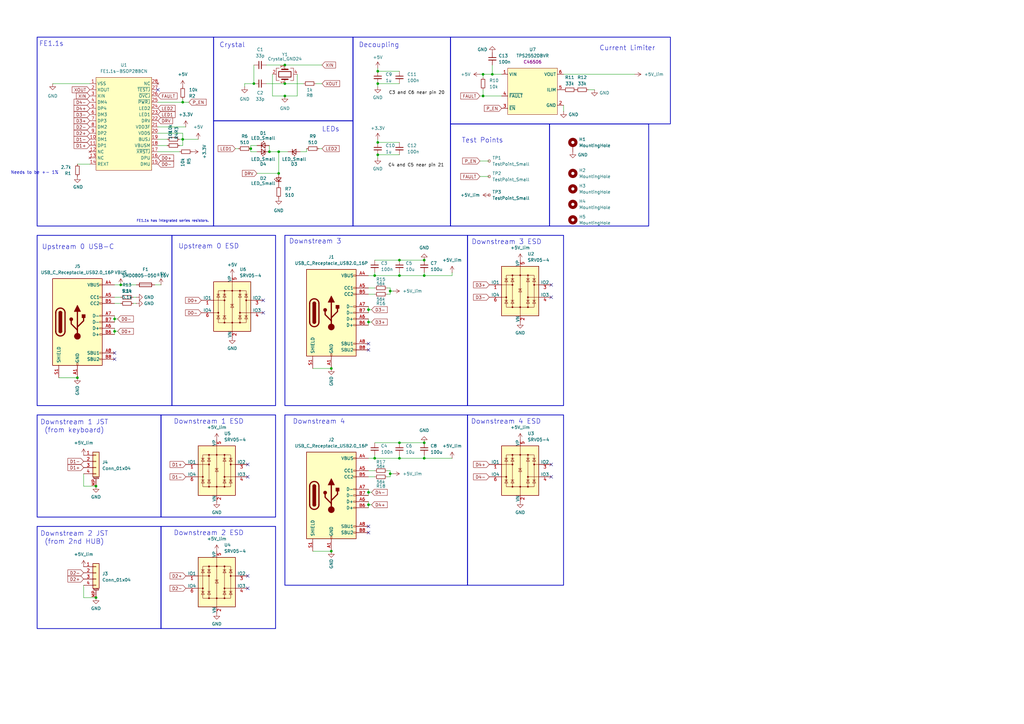
<source format=kicad_sch>
(kicad_sch (version 20231120) (generator "eeschema") (generator_version "8.0")
  (paper "A3")
  (junction (at 116.84 39.37))
  (junction (at 39.37 245.11))
  (junction (at 154.94 29.21))
  (junction (at 102.87 60.96))
  (junction (at 163.83 106.68))
  (junction (at 151.13 207.01))
  (junction (at 74.93 57.15))
  (junction (at 154.94 63.5))
  (junction (at 74.93 41.91))
  (junction (at 151.13 132.08))
  (junction (at 163.83 181.61))
  (junction (at 151.13 127))
  (junction (at 104.14 34.29))
  (junction (at 114.3 71.12))
  (junction (at 49.53 116.84))
  (junction (at 153.67 187.96))
  (junction (at 116.84 26.67))
  (junction (at 114.3 62.23))
  (junction (at 46.99 130.81))
  (junction (at 46.99 135.89))
  (junction (at 198.12 30.48))
  (junction (at 163.83 113.03))
  (junction (at 154.94 34.29))
  (junction (at 173.99 113.03))
  (junction (at 31.75 154.94))
  (junction (at 110.49 62.23))
  (junction (at 173.99 181.61))
  (junction (at 153.67 113.03))
  (junction (at 160.02 194.31))
  (junction (at 163.83 187.96))
  (junction (at 154.94 58.42))
  (junction (at 173.99 187.96))
  (junction (at 135.89 226.06))
  (junction (at 135.89 151.13))
  (junction (at 198.12 39.37))
  (junction (at 173.99 106.68))
  (junction (at 201.93 30.48))
  (junction (at 39.37 199.39))
  (junction (at 116.84 34.29))
  (junction (at 160.02 119.38))
  (junction (at 151.13 201.93))
  (no_connect (at 226.06 121.92))
  (no_connect (at 151.13 140.97))
  (no_connect (at 107.95 128.27))
  (no_connect (at 46.99 144.78))
  (no_connect (at 64.77 36.83))
  (no_connect (at 101.6 195.58))
  (no_connect (at 151.13 215.9))
  (no_connect (at 151.13 218.44))
  (no_connect (at 46.99 147.32))
  (no_connect (at 226.06 195.58))
  (no_connect (at 151.13 143.51))
  (no_connect (at 101.6 236.22))
  (no_connect (at 101.6 190.5))
  (no_connect (at 101.6 241.3))
  (no_connect (at 107.95 123.19))
  (no_connect (at 226.06 190.5))
  (no_connect (at 226.06 116.84))
  (wire (pts (xy 163.83 186.69) (xy 163.83 187.96)))
  (wire (pts (xy 54.61 124.46) (xy 55.88 124.46)))
  (wire (pts (xy 196.85 72.39) (xy 200.66 72.39)))
  (wire (pts (xy 96.52 60.96) (xy 97.79 60.96)))
  (wire (pts (xy 151.13 200.66) (xy 151.13 201.93)))
  (wire (pts (xy 241.3 36.83) (xy 243.84 36.83)))
  (wire (pts (xy 114.3 62.23) (xy 114.3 71.12)))
  (wire (pts (xy 151.13 127) (xy 151.13 128.27)))
  (wire (pts (xy 63.5 116.84) (xy 66.04 116.84)))
  (wire (pts (xy 109.22 34.29) (xy 116.84 34.29)))
  (wire (pts (xy 151.13 130.81) (xy 151.13 132.08)))
  (wire (pts (xy 151.13 132.08) (xy 152.4 132.08)))
  (wire (pts (xy 196.85 39.37) (xy 198.12 39.37)))
  (wire (pts (xy 64.77 52.07) (xy 76.2 52.07)))
  (wire (pts (xy 153.67 113.03) (xy 163.83 113.03)))
  (wire (pts (xy 151.13 132.08) (xy 151.13 133.35)))
  (wire (pts (xy 201.93 26.67) (xy 201.93 30.48)))
  (wire (pts (xy 74.93 40.64) (xy 74.93 41.91)))
  (wire (pts (xy 151.13 207.01) (xy 151.13 208.28)))
  (wire (pts (xy 163.83 113.03) (xy 173.99 113.03)))
  (wire (pts (xy 154.94 34.29) (xy 163.83 34.29)))
  (wire (pts (xy 151.13 187.96) (xy 153.67 187.96)))
  (wire (pts (xy 74.93 54.61) (xy 74.93 57.15)))
  (wire (pts (xy 46.99 135.89) (xy 48.26 135.89)))
  (wire (pts (xy 73.66 57.15) (xy 74.93 57.15)))
  (wire (pts (xy 64.77 54.61) (xy 74.93 54.61)))
  (wire (pts (xy 173.99 186.69) (xy 173.99 187.96)))
  (wire (pts (xy 34.29 240.03) (xy 34.29 245.11)))
  (wire (pts (xy 34.29 194.31) (xy 34.29 199.39)))
  (wire (pts (xy 110.49 62.23) (xy 114.3 62.23)))
  (wire (pts (xy 102.87 59.69) (xy 105.41 59.69)))
  (wire (pts (xy 154.94 58.42) (xy 163.83 58.42)))
  (wire (pts (xy 198.12 39.37) (xy 205.74 39.37)))
  (wire (pts (xy 151.13 201.93) (xy 152.4 201.93)))
  (wire (pts (xy 158.75 120.65) (xy 160.02 120.65)))
  (wire (pts (xy 173.99 113.03) (xy 173.99 111.76)))
  (wire (pts (xy 160.02 193.04) (xy 160.02 194.31)))
  (wire (pts (xy 160.02 194.31) (xy 161.29 194.31)))
  (wire (pts (xy 64.77 59.69) (xy 68.58 59.69)))
  (wire (pts (xy 64.77 57.15) (xy 68.58 57.15)))
  (wire (pts (xy 64.77 62.23) (xy 73.66 62.23)))
  (wire (pts (xy 54.61 121.92) (xy 55.88 121.92)))
  (wire (pts (xy 123.19 62.23) (xy 125.73 62.23)))
  (wire (pts (xy 158.75 195.58) (xy 160.02 195.58)))
  (wire (pts (xy 100.33 34.29) (xy 100.33 35.56)))
  (wire (pts (xy 74.93 57.15) (xy 81.28 57.15)))
  (wire (pts (xy 24.13 154.94) (xy 31.75 154.94)))
  (wire (pts (xy 153.67 111.76) (xy 153.67 113.03)))
  (wire (pts (xy 49.53 116.84) (xy 55.88 116.84)))
  (wire (pts (xy 158.75 118.11) (xy 160.02 118.11)))
  (wire (pts (xy 114.3 71.12) (xy 105.41 71.12)))
  (wire (pts (xy 46.99 130.81) (xy 46.99 132.08)))
  (wire (pts (xy 153.67 106.68) (xy 163.83 106.68)))
  (wire (pts (xy 151.13 207.01) (xy 152.4 207.01)))
  (wire (pts (xy 34.29 199.39) (xy 39.37 199.39)))
  (wire (pts (xy 154.94 58.42) (xy 154.94 57.15)))
  (wire (pts (xy 116.84 34.29) (xy 124.46 34.29)))
  (wire (pts (xy 231.14 30.48) (xy 260.35 30.48)))
  (wire (pts (xy 151.13 118.11) (xy 153.67 118.11)))
  (wire (pts (xy 173.99 187.96) (xy 163.83 187.96)))
  (wire (pts (xy 153.67 186.69) (xy 153.67 187.96)))
  (wire (pts (xy 151.13 127) (xy 152.4 127)))
  (wire (pts (xy 151.13 113.03) (xy 153.67 113.03)))
  (wire (pts (xy 151.13 195.58) (xy 153.67 195.58)))
  (wire (pts (xy 102.87 60.96) (xy 102.87 62.23)))
  (wire (pts (xy 163.83 106.68) (xy 173.99 106.68)))
  (wire (pts (xy 163.83 187.96) (xy 153.67 187.96)))
  (wire (pts (xy 198.12 30.48) (xy 198.12 31.75)))
  (wire (pts (xy 46.99 116.84) (xy 49.53 116.84)))
  (wire (pts (xy 154.94 35.56) (xy 154.94 34.29)))
  (wire (pts (xy 160.02 118.11) (xy 160.02 119.38)))
  (wire (pts (xy 46.99 134.62) (xy 46.99 135.89)))
  (wire (pts (xy 151.13 201.93) (xy 151.13 203.2)))
  (wire (pts (xy 158.75 193.04) (xy 160.02 193.04)))
  (wire (pts (xy 46.99 130.81) (xy 48.26 130.81)))
  (wire (pts (xy 46.99 121.92) (xy 49.53 121.92)))
  (wire (pts (xy 64.77 41.91) (xy 74.93 41.91)))
  (wire (pts (xy 46.99 135.89) (xy 46.99 137.16)))
  (wire (pts (xy 132.08 60.96) (xy 130.81 60.96)))
  (wire (pts (xy 173.99 113.03) (xy 185.42 113.03)))
  (wire (pts (xy 196.85 66.04) (xy 200.66 66.04)))
  (wire (pts (xy 102.87 62.23) (xy 105.41 62.23)))
  (wire (pts (xy 151.13 120.65) (xy 153.67 120.65)))
  (wire (pts (xy 153.67 181.61) (xy 163.83 181.61)))
  (wire (pts (xy 198.12 36.83) (xy 198.12 39.37)))
  (wire (pts (xy 128.27 151.13) (xy 135.89 151.13)))
  (wire (pts (xy 154.94 27.94) (xy 154.94 29.21)))
  (wire (pts (xy 163.83 111.76) (xy 163.83 113.03)))
  (wire (pts (xy 154.94 64.77) (xy 154.94 63.5)))
  (wire (pts (xy 74.93 59.69) (xy 74.93 57.15)))
  (wire (pts (xy 128.27 226.06) (xy 135.89 226.06)))
  (wire (pts (xy 198.12 30.48) (xy 201.93 30.48)))
  (wire (pts (xy 46.99 129.54) (xy 46.99 130.81)))
  (wire (pts (xy 104.14 34.29) (xy 100.33 34.29)))
  (wire (pts (xy 196.85 30.48) (xy 198.12 30.48)))
  (wire (pts (xy 102.87 60.96) (xy 102.87 59.69)))
  (wire (pts (xy 160.02 119.38) (xy 160.02 120.65)))
  (wire (pts (xy 201.93 30.48) (xy 205.74 30.48)))
  (wire (pts (xy 125.73 62.23) (xy 125.73 60.96)))
  (wire (pts (xy 160.02 119.38) (xy 161.29 119.38)))
  (wire (pts (xy 116.84 26.67) (xy 132.08 26.67)))
  (wire (pts (xy 129.54 34.29) (xy 132.08 34.29)))
  (wire (pts (xy 111.76 39.37) (xy 116.84 39.37)))
  (wire (pts (xy 73.66 59.69) (xy 74.93 59.69)))
  (wire (pts (xy 231.14 43.18) (xy 231.14 45.72)))
  (wire (pts (xy 31.75 67.31) (xy 36.83 67.31)))
  (wire (pts (xy 109.22 26.67) (xy 116.84 26.67)))
  (wire (pts (xy 151.13 205.74) (xy 151.13 207.01)))
  (wire (pts (xy 121.92 30.48) (xy 121.92 39.37)))
  (wire (pts (xy 111.76 30.48) (xy 111.76 39.37)))
  (wire (pts (xy 46.99 124.46) (xy 49.53 124.46)))
  (wire (pts (xy 151.13 125.73) (xy 151.13 127)))
  (wire (pts (xy 110.49 59.69) (xy 110.49 62.23)))
  (wire (pts (xy 151.13 193.04) (xy 153.67 193.04)))
  (wire (pts (xy 185.42 113.03) (xy 185.42 111.76)))
  (wire (pts (xy 154.94 63.5) (xy 163.83 63.5)))
  (wire (pts (xy 185.42 187.96) (xy 173.99 187.96)))
  (wire (pts (xy 21.59 34.29) (xy 36.83 34.29)))
  (wire (pts (xy 154.94 29.21) (xy 163.83 29.21)))
  (wire (pts (xy 163.83 181.61) (xy 173.99 181.61)))
  (wire (pts (xy 74.93 41.91) (xy 77.47 41.91)))
  (wire (pts (xy 121.92 39.37) (xy 116.84 39.37)))
  (wire (pts (xy 160.02 194.31) (xy 160.02 195.58)))
  (wire (pts (xy 104.14 26.67) (xy 104.14 34.29)))
  (wire (pts (xy 34.29 245.11) (xy 39.37 245.11)))
  (wire (pts (xy 118.11 62.23) (xy 114.3 62.23)))
  (rectangle (start 70.485 96.52) (end 113.03 166.37) (stroke (width 0.3)))
  (rectangle (start 191.77 170.18) (end 231.14 240.03) (stroke (width 0.3)))
  (rectangle (start 15.24 215.9) (end 66.04 257.81) (stroke (width 0.3)))
  (rectangle (start 144.78 15.24) (end 184.785 92.71) (stroke (width 0.3)))
  (rectangle (start 184.785 15.24) (end 274.955 50.8) (stroke (width 0.3)))
  (rectangle (start 184.785 50.8) (end 225.425 92.71) (stroke (width 0.3)))
  (rectangle (start 15.24 170.18) (end 66.04 212.09) (stroke (width 0.3)))
  (rectangle (start 87.63 15.24) (end 144.78 49.53) (stroke (width 0.3)))
  (rectangle (start 116.84 170.18) (end 191.77 240.03) (stroke (width 0.3)))
  (rectangle (start 87.63 49.53) (end 144.78 92.71) (stroke (width 0.3)))
  (rectangle (start 15.24 96.52) (end 70.485 166.37) (stroke (width 0.3)))
  (rectangle (start 15.24 15.24) (end 87.63 92.71) (stroke (width 0.3)))
  (rectangle (start 225.425 50.8) (end 266.065 92.71) (stroke (width 0.3)))
  (rectangle (start 66.04 170.18) (end 113.03 212.09) (stroke (width 0.3)))
  (rectangle (start 116.84 96.52) (end 191.77 166.37) (stroke (width 0.3)))
  (rectangle (start 66.04 215.9) (end 113.03 257.81) (stroke (width 0.3)))
  (rectangle (start 191.77 96.52) (end 231.14 166.37) (stroke (width 0.3)))
  (text "Upstream 0 USB-C" (at 32.004 101.346 0) (effects (font (size 2 2))))
  (text "FE1.1s" (at 21.082 18.034 0) (effects (font (size 2 2))))
  (text "C3 and C6 near pin 20" (at 170.942 38.1 0) (effects (font (size 1.27 1.27))))
  (text "C4 and C5 near pin 21" (at 170.688 67.818 0) (effects (font (size 1.27 1.27))))
  (text "Downstream 1 JST\n" (at 30.48 173.228 0) (effects (font (size 2 2))))
  (text "Test Points" (at 197.866 57.658 0) (effects (font (size 2 2))))
  (text "Crystal" (at 95.25 18.542 0) (effects (font (size 2 2))))
  (text "Decoupling" (at 155.448 18.542 0) (effects (font (size 2 2))))
  (text "(from 2nd HUB)" (at 30.48 222.25 0) (effects (font (size 2 2))))
  (text "Downstream 3 ESD" (at 207.772 99.314 0) (effects (font (size 2 2))))
  (text "Downstream 4" (at 130.81 172.974 0) (effects (font (size 2 2))))
  (text "(from keyboard)" (at 30.48 176.53 0) (effects (font (size 2 2))))
  (text "Downstream 4 ESD" (at 207.518 172.974 0) (effects (font (size 2 2))))
  (text "Needs to be +- 1%" (at 14.224 70.866 0) (effects (font (size 1.27 1.27))))
  (text "Downstream 2 ESD" (at 85.598 218.694 0) (effects (font (size 2 2))))
  (text "FE1.1s has integrated series resistors." (at 70.866 90.678 0) (effects (font (size 1 1))))
  (text "LEDs" (at 135.636 53.086 0) (effects (font (size 2 2))))
  (text "Downstream 1 ESD" (at 85.598 172.974 0) (effects (font (size 2 2))))
  (text "Current Limiter" (at 257.302 19.812 0) (effects (font (size 2 2))))
  (text "Downstream 2 JST\n" (at 30.48 218.948 0) (effects (font (size 2 2))))
  (text "Downstream 3" (at 129.286 99.06 0) (effects (font (size 2 2))))
  (text "Upstream 0 ESD" (at 85.598 101.092 0) (effects (font (size 2 2))))
  (global_label "D3+" (shape input) (at 36.83 49.53 180) (property "Intersheetrefs" "${INTERSHEET_REFS}" (effects (hide yes))))
  (global_label "D3+" (shape input) (at 200.66 116.84 180) (property "Intersheetrefs" "${INTERSHEET_REFS}" (effects (hide yes))))
  (global_label "D3-" (shape input) (at 36.83 46.99 180) (property "Intersheetrefs" "${INTERSHEET_REFS}" (effects (hide yes))))
  (global_label "D4+" (shape input) (at 36.83 44.45 180) (property "Intersheetrefs" "${INTERSHEET_REFS}" (effects (hide yes))))
  (global_label "D3+" (shape input) (at 152.4 132.08 0) (property "Intersheetrefs" "${INTERSHEET_REFS}" (effects (hide yes))))
  (global_label "D0+" (shape input) (at 48.26 135.89 0) (property "Intersheetrefs" "${INTERSHEET_REFS}" (effects (hide yes))))
  (global_label "D1-" (shape input) (at 36.83 57.15 180) (property "Intersheetrefs" "${INTERSHEET_REFS}" (effects (hide yes))))
  (global_label "D1-" (shape input) (at 76.2 195.58 180) (property "Intersheetrefs" "${INTERSHEET_REFS}" (effects (hide yes))))
  (global_label "DRV" (shape input) (at 105.41 71.12 180) (property "Intersheetrefs" "${INTERSHEET_REFS}" (effects (hide yes))))
  (global_label "XIN" (shape input) (at 132.08 26.67 0) (property "Intersheetrefs" "${INTERSHEET_REFS}" (effects (hide yes))))
  (global_label "D0-" (shape input) (at 48.26 130.81 0) (property "Intersheetrefs" "${INTERSHEET_REFS}" (effects (hide yes))))
  (global_label "D4-" (shape input) (at 36.83 41.91 180) (property "Intersheetrefs" "${INTERSHEET_REFS}" (effects (hide yes))))
  (global_label "D2-" (shape input) (at 76.2 241.3 180) (property "Intersheetrefs" "${INTERSHEET_REFS}" (effects (hide yes))))
  (global_label "XOUT" (shape input) (at 132.08 34.29 0) (property "Intersheetrefs" "${INTERSHEET_REFS}" (effects (hide yes))))
  (global_label "DRV" (shape input) (at 64.77 49.53 0) (property "Intersheetrefs" "${INTERSHEET_REFS}" (effects (hide yes))))
  (global_label "D4+" (shape input) (at 152.4 207.01 0) (property "Intersheetrefs" "${INTERSHEET_REFS}" (effects (hide yes))))
  (global_label "D3-" (shape input) (at 152.4 127 0) (property "Intersheetrefs" "${INTERSHEET_REFS}" (effects (hide yes))))
  (global_label "D4-" (shape input) (at 200.66 195.58 180) (property "Intersheetrefs" "${INTERSHEET_REFS}" (effects (hide yes))))
  (global_label "LED1" (shape input) (at 64.77 46.99 0) (property "Intersheetrefs" "${INTERSHEET_REFS}" (effects (hide yes))))
  (global_label "D0+" (shape input) (at 64.77 64.77 0) (property "Intersheetrefs" "${INTERSHEET_REFS}" (effects (hide yes))))
  (global_label "LED1" (shape input) (at 96.52 60.96 180) (property "Intersheetrefs" "${INTERSHEET_REFS}" (effects (hide yes))))
  (global_label "D1+" (shape input) (at 36.83 59.69 180) (property "Intersheetrefs" "${INTERSHEET_REFS}" (effects (hide yes))))
  (global_label "LED2" (shape input) (at 64.77 44.45 0) (property "Intersheetrefs" "${INTERSHEET_REFS}" (effects (hide yes))))
  (global_label "D0-" (shape input) (at 82.55 128.27 180) (property "Intersheetrefs" "${INTERSHEET_REFS}" (effects (hide yes))))
  (global_label "D0+" (shape input) (at 82.55 123.19 180) (property "Intersheetrefs" "${INTERSHEET_REFS}" (effects (hide yes))))
  (global_label "D2+" (shape input) (at 34.29 237.49 180) (property "Intersheetrefs" "${INTERSHEET_REFS}" (effects (hide yes))))
  (global_label "D2+" (shape input) (at 36.83 54.61 180) (property "Intersheetrefs" "${INTERSHEET_REFS}" (effects (hide yes))))
  (global_label "P_EN" (shape input) (at 77.47 41.91 0) (property "Intersheetrefs" "${INTERSHEET_REFS}" (effects (hide yes))))
  (global_label "XOUT" (shape input) (at 36.83 36.83 180) (property "Intersheetrefs" "${INTERSHEET_REFS}" (effects (hide yes))))
  (global_label "FAULT" (shape input) (at 196.85 72.39 180) (property "Intersheetrefs" "${INTERSHEET_REFS}" (effects (hide yes))))
  (global_label "D2-" (shape input) (at 36.83 52.07 180) (property "Intersheetrefs" "${INTERSHEET_REFS}" (effects (hide yes))))
  (global_label "P_EN" (shape input) (at 205.74 44.45 180) (property "Intersheetrefs" "${INTERSHEET_REFS}" (effects (hide yes))))
  (global_label "D1-" (shape input) (at 34.29 189.23 180) (property "Intersheetrefs" "${INTERSHEET_REFS}" (effects (hide yes))))
  (global_label "D1+" (shape input) (at 34.29 191.77 180) (property "Intersheetrefs" "${INTERSHEET_REFS}" (effects (hide yes))))
  (global_label "D2+" (shape input) (at 76.2 236.22 180) (property "Intersheetrefs" "${INTERSHEET_REFS}" (effects (hide yes))))
  (global_label "D1+" (shape input) (at 76.2 190.5 180) (property "Intersheetrefs" "${INTERSHEET_REFS}" (effects (hide yes))))
  (global_label "LED2" (shape input) (at 132.08 60.96 0) (property "Intersheetrefs" "${INTERSHEET_REFS}" (effects (hide yes))))
  (global_label "D3-" (shape input) (at 200.66 121.92 180) (property "Intersheetrefs" "${INTERSHEET_REFS}" (effects (hide yes))))
  (global_label "D0-" (shape input) (at 64.77 67.31 0) (property "Intersheetrefs" "${INTERSHEET_REFS}" (effects (hide yes))))
  (global_label "D4-" (shape input) (at 152.4 201.93 0) (property "Intersheetrefs" "${INTERSHEET_REFS}" (effects (hide yes))))
  (global_label "FAULT" (shape input) (at 64.77 39.37 0) (property "Intersheetrefs" "${INTERSHEET_REFS}" (effects (hide yes))))
  (global_label "XIN" (shape input) (at 36.83 39.37 180) (property "Intersheetrefs" "${INTERSHEET_REFS}" (effects (hide yes))))
  (global_label "FAULT" (shape input) (at 196.85 39.37 180) (property "Intersheetrefs" "${INTERSHEET_REFS}" (effects (hide yes))))
  (global_label "D2-" (shape input) (at 34.29 234.95 180) (property "Intersheetrefs" "${INTERSHEET_REFS}" (effects (hide yes))))
  (global_label "P_EN" (shape input) (at 196.85 66.04 180) (property "Intersheetrefs" "${INTERSHEET_REFS}" (effects (hide yes))))
  (global_label "D4+" (shape input) (at 200.66 190.5 180) (property "Intersheetrefs" "${INTERSHEET_REFS}" (effects (hide yes))))
  (symbol (lib_id "power:VBUS") (at 49.53 116.84 0) (unit 1)
    (property "Reference" "#PWR038" (effects (hide yes)))
    (property "Value" "VBUS" (at 49.53 111.76 0))
    (property "Description" "Power symbol creates a global label with name \"VBUS\"" (effects (hide yes)))
  )
  (symbol (lib_id "power:GND") (at 234.95 62.23 0) (unit 1)
    (property "Reference" "#PWR026" (effects (hide yes)))
    (property "Value" "GND" (at 239.014 63.5 0))
    (property "Description" "Power symbol creates a global label with name \"GND\" , ground" (effects (hide yes)))
  )
  (symbol (lib_id "power:GND") (at 173.99 181.61 180) (unit 1)
    (property "Reference" "#PWR015" (effects (hide yes)))
    (property "Value" "GND" (at 173.99 176.53 0))
    (property "Description" "Power symbol creates a global label with name \"GND\" , ground" (effects (hide yes)))
  )
  (symbol (lib_id "power:+5V") (at 154.94 27.94 0) (unit 1)
    (property "Reference" "#PWR016" (effects (hide yes)))
    (property "Value" "+5V" (at 154.94 23.495 0))
    (property "Description" "Power symbol creates a global label with name \"+5V\"" (effects (hide yes)))
  )
  (symbol (lib_id "Device:R_Small") (at 52.07 124.46 90) (unit 1)
    (property "Reference" "R14" (at 52.07 119.38 90))
    (property "Value" "5.1k" (at 52.07 121.92 90))
    (property "Footprint" "Resistor_SMD:R_0603_1608Metric" (effects (hide yes)))
    (property "Description" "Resistor, small symbol" (effects (hide yes)))
    (property "Digikey" "P5.10KHCT-ND" (effects (hide yes)))
  )
  (symbol (lib_id "Connector_Generic_MountingPin:Conn_01x04_MountingPin") (at 39.37 189.23 0) (unit 1)
    (property "Reference" "J4" (at 41.91 189.5855 0) (effects (justify left)))
    (property "Value" "Conn_01x04" (at 41.91 192.1255 0) (effects (justify left)))
    (property "Footprint" "Connector_JST:JST_SH_SM04B-SRSS-TB_1x04-1MP_P1.00mm_Horizontal" (effects (hide yes)))
    (property "Description" "Generic connectable mounting pin connector, single row, 01x04, script generated (kicad-library-utils/schlib/autogen/connector/)" (effects (hide yes)))
    (property "Digikey" "455-SM04B-SRSS-TBCT-ND" (effects (hide yes)))
  )
  (symbol (lib_id "Device:R_Small") (at 156.21 195.58 90) (unit 1)
    (property "Reference" "R18" (at 156.21 199.39 90))
    (property "Value" "56k" (at 156.21 197.612 90))
    (property "Footprint" "Resistor_SMD:R_0603_1608Metric" (effects (hide yes)))
    (property "Description" "Resistor, small symbol" (effects (hide yes)))
    (property "Digikey" "P56KGCT-ND" (effects (hide yes)))
  )
  (symbol (lib_id "power:+5V") (at 88.9 226.06 0) (unit 1)
    (property "Reference" "#PWR046" (effects (hide yes)))
    (property "Value" "+5V_lim" (at 88.9 220.98 0))
    (property "Description" "Power symbol creates a global label with name \"+5V\"" (effects (hide yes)))
  )
  (symbol (lib_id "Device:R_Small") (at 238.76 36.83 90) (unit 1)
    (property "Reference" "R12" (at 238.76 31.75 90))
    (property "Value" "33k" (at 238.76 34.29 90))
    (property "Footprint" "Resistor_SMD:R_0603_1608Metric" (effects (hide yes)))
    (property "Description" "Resistor, small symbol" (effects (hide yes)))
    (property "Digikey" "311-33.0KHRCT-ND " (effects (hide yes)))
  )
  (symbol (lib_id "power:GND") (at 213.36 132.08 0) (unit 1)
    (property "Reference" "#PWR023" (effects (hide yes)))
    (property "Value" "GND" (at 213.36 136.525 0))
    (property "Description" "Power symbol creates a global label with name \"GND\" , ground" (effects (hide yes)))
  )
  (symbol (lib_id "power:+5V") (at 66.04 116.84 0) (unit 1)
    (property "Reference" "#PWR041" (effects (hide yes)))
    (property "Value" "+5V" (at 66.04 112.395 0))
    (property "Description" "Power symbol creates a global label with name \"+5V\"" (effects (hide yes)))
  )
  (symbol (lib_id "power:GND") (at 173.99 106.68 180) (unit 1)
    (property "Reference" "#PWR014" (effects (hide yes)))
    (property "Value" "GND" (at 173.99 101.6 0))
    (property "Description" "Power symbol creates a global label with name \"GND\" , ground" (effects (hide yes)))
  )
  (symbol (lib_id "power:+3.3V") (at 154.94 57.15 0) (unit 1)
    (property "Reference" "#PWR018" (effects (hide yes)))
    (property "Value" "+3.3V" (at 154.94 52.578 0))
    (property "Description" "Power symbol creates a global label with name \"+3.3V\"" (effects (hide yes)))
  )
  (symbol (lib_id "power:GND") (at 135.89 226.06 0) (unit 1)
    (property "Reference" "#PWR013" (effects (hide yes)))
    (property "Value" "GND" (at 135.89 229.235 90) (effects (justify right)))
  )
  (symbol (lib_id "power:+5V") (at 196.85 30.48 90) (unit 1)
    (property "Reference" "#PWR027" (effects (hide yes)))
    (property "Value" "+5V" (at 193.04 30.4799 90) (effects (justify left)))
    (property "Description" "Power symbol creates a global label with name \"+5V\"" (effects (hide yes)))
  )
  (symbol (lib_id "PCM_marbastlib-various:SRV05-4") (at 88.9 193.04 0) (unit 1)
    (property "Reference" "U5" (at 91.9165 177.8 0) (effects (justify left)))
    (property "Value" "SRV05-4" (at 91.9165 180.34 0) (effects (justify left)))
    (property "Footprint" "PCM_marbastlib-various:SOT-23-6-routable" (effects (hide yes)))
    (property "Datasheet" "http://www.onsemi.com/pub/Collateral/SRV05-4-D.PDF" (effects (hide yes)))
    (property "Description" "ESD Protection Diodes with Low Clamping Voltage, SOT-23-6" (effects (hide yes)))
    (property "Digikey" "5399-SRV05-4CT-ND" (effects (hide yes)))
  )
  (symbol (lib_id "power:+5V") (at 185.42 187.96 0) (unit 1)
    (property "Reference" "#PWR020" (effects (hide yes)))
    (property "Value" "+5V_lim" (at 185.42 182.88 0))
    (property "Description" "Power symbol creates a global label with name \"+5V\"" (effects (hide yes)))
  )
  (symbol (lib_id "Device:LED_Small") (at 107.95 62.23 180) (unit 1)
    (property "Reference" "D4" (at 107.95 67.31 0))
    (property "Value" "LED_Small" (at 107.95 65.278 0))
    (property "Footprint" "LED_SMD:LED_0603_1608Metric" (effects (hide yes)))
    (property "Description" "Light emitting diode, small symbol" (effects (hide yes)))
    (property "Digikey" "2007-BL-HJC36G-AV-TRBCT-ND" (effects (hide yes)))
  )
  (symbol (lib_id "power:+5V") (at 95.25 113.03 0) (unit 1)
    (property "Reference" "#PWR03" (effects (hide yes)))
    (property "Value" "+5V" (at 95.25 108.585 0))
    (property "Description" "Power symbol creates a global label with name \"+5V\"" (effects (hide yes)))
  )
  (symbol (lib_id "Device:R_Small") (at 156.21 118.11 90) (unit 1)
    (property "Reference" "R15" (at 156.21 114.554 90))
    (property "Value" "56k" (at 156.21 116.332 90))
    (property "Footprint" "Resistor_SMD:R_0603_1608Metric" (effects (hide yes)))
    (property "Description" "Resistor, small symbol" (effects (hide yes)))
    (property "Digikey" "P56KGCT-ND" (effects (hide yes)))
  )
  (symbol (lib_id "Connector_Generic_MountingPin:Conn_01x04_MountingPin") (at 39.37 234.95 0) (unit 1)
    (property "Reference" "J3" (at 41.91 235.3055 0) (effects (justify left)))
    (property "Value" "Conn_01x04" (at 41.91 237.8455 0) (effects (justify left)))
    (property "Footprint" "Connector_JST:JST_SH_SM04B-SRSS-TB_1x04-1MP_P1.00mm_Horizontal" (effects (hide yes)))
    (property "Description" "Generic connectable mounting pin connector, single row, 01x04, script generated (kicad-library-utils/schlib/autogen/connector/)" (effects (hide yes)))
    (property "Digikey" "455-SM04B-SRSS-TBCT-ND" (effects (hide yes)))
  )
  (symbol (lib_id "power:GND") (at 55.88 124.46 90) (unit 1)
    (property "Reference" "#PWR040" (effects (hide yes)))
    (property "Value" "GND" (at 59.055 124.46 90) (effects (justify right)))
  )
  (symbol (lib_id "Device:R_Small") (at 100.33 60.96 90) (unit 1)
    (property "Reference" "R6" (at 100.33 55.88 90))
    (property "Value" "510" (at 100.33 58.42 90))
    (property "Footprint" "Resistor_SMD:R_0603_1608Metric" (effects (hide yes)))
    (property "Description" "Resistor, small symbol" (effects (hide yes)))
    (property "Digikey" "RR08P510DCT-ND" (effects (hide yes)))
  )
  (symbol (lib_id "power:GND") (at 55.88 121.92 90) (unit 1)
    (property "Reference" "#PWR039" (effects (hide yes)))
    (property "Value" "GND" (at 59.055 121.92 90) (effects (justify right)))
  )
  (symbol (lib_id "power:+5V") (at 200.66 80.01 90) (unit 1)
    (property "Reference" "#PWR032" (effects (hide yes)))
    (property "Value" "+5V_lim" (at 196.85 80.0099 90) (effects (justify left)))
    (property "Description" "Power symbol creates a global label with name \"+5V\"" (effects (hide yes)))
  )
  (symbol (lib_id "power:GND") (at 154.94 35.56 0) (unit 1)
    (property "Reference" "#PWR017" (effects (hide yes)))
    (property "Value" "GND" (at 154.94 40.005 0))
    (property "Description" "Power symbol creates a global label with name \"GND\" , ground" (effects (hide yes)))
  )
  (symbol (lib_id "power:+5V") (at 81.28 57.15 0) (unit 1)
    (property "Reference" "#PWR08" (effects (hide yes)))
    (property "Value" "+5V" (at 81.28 52.07 0))
    (property "Description" "Power symbol creates a global label with name \"+5V\"" (effects (hide yes)))
  )
  (symbol (lib_id "Device:C_Small") (at 154.94 60.96 0) (unit 1)
    (property "Reference" "C10" (at 158.115 59.6963 0) (effects (justify left)))
    (property "Value" "1u" (at 158.115 62.2363 0) (effects (justify left)))
    (property "Footprint" "Capacitor_SMD:C_0603_1608Metric" (effects (hide yes)))
    (property "Description" "Unpolarized capacitor, small symbol" (effects (hide yes)))
    (property "Digikey" "1276-6524-1-ND" (effects (hide yes)))
  )
  (symbol (lib_id "Device:R_Small") (at 52.07 121.92 90) (unit 1)
    (property "Reference" "R13" (at 52.07 116.84 90))
    (property "Value" "5.1k" (at 52.07 119.38 90))
    (property "Footprint" "Resistor_SMD:R_0603_1608Metric" (effects (hide yes)))
    (property "Description" "Resistor, small symbol" (effects (hide yes)))
    (property "Digikey" "P5.10KHCT-ND" (effects (hide yes)))
  )
  (symbol (lib_id "Device:C_Small") (at 154.94 31.75 0) (unit 1)
    (property "Reference" "C9" (at 158.115 30.4863 0) (effects (justify left)))
    (property "Value" "1u" (at 158.115 33.0263 0) (effects (justify left)))
    (property "Footprint" "Capacitor_SMD:C_0603_1608Metric" (effects (hide yes)))
    (property "Description" "Unpolarized capacitor, small symbol" (effects (hide yes)))
    (property "Digikey" "1276-6524-1-ND" (effects (hide yes)))
  )
  (symbol (lib_id "Device:C_Small") (at 163.83 60.96 0) (unit 1)
    (property "Reference" "C12" (at 167.005 59.6963 0) (effects (justify left)))
    (property "Value" "100n" (at 167.005 62.2363 0) (effects (justify left)))
    (property "Footprint" "Capacitor_SMD:C_0603_1608Metric" (effects (hide yes)))
    (property "Description" "Unpolarized capacitor, small symbol" (effects (hide yes)))
    (property "Digikey" "311-1088-1-ND" (effects (hide yes)))
  )
  (symbol (lib_id "power:+3.3V") (at 76.2 52.07 0) (unit 1)
    (property "Reference" "#PWR06" (effects (hide yes)))
    (property "Value" "+3.3V" (at 76.2 46.99 0))
    (property "Description" "Power symbol creates a global label with name \"+3.3V\"" (effects (hide yes)))
  )
  (symbol (lib_id "Mechanical:MountingHole") (at 234.95 90.17 0) (unit 1) (exclude_from_sim yes) (in_bom no)
    (property "Reference" "H5" (at 237.49 88.8999 0) (effects (justify left)))
    (property "Value" "MountingHole" (at 237.49 91.4399 0) (effects (justify left)))
    (property "Footprint" "MountingHole:MountingHole_2.7mm_M2.5" (effects (hide yes)))
    (property "Description" "Mounting Hole without connection" (effects (hide yes)))
  )
  (symbol (lib_id "power:GND") (at 31.75 72.39 0) (unit 1)
    (property "Reference" "#PWR02" (effects (hide yes)))
    (property "Value" "GND" (at 32.004 76.708 0))
    (property "Description" "Power symbol creates a global label with name \"GND\" , ground" (effects (hide yes)))
  )
  (symbol (lib_id "Device:R_Small") (at 156.21 193.04 90) (unit 1)
    (property "Reference" "R17" (at 156.21 189.484 90))
    (property "Value" "56k" (at 156.21 191.262 90))
    (property "Footprint" "Resistor_SMD:R_0603_1608Metric" (effects (hide yes)))
    (property "Description" "Resistor, small symbol" (effects (hide yes)))
    (property "Digikey" "P56KGCT-ND" (effects (hide yes)))
  )
  (symbol (lib_id "Connector:USB_C_Receptacle_USB2.0_16P") (at 135.89 203.2 0) (unit 1)
    (property "Reference" "J2" (at 135.89 180.34 0))
    (property "Value" "USB_C_Receptacle_USB2.0_16P" (at 135.89 182.88 0))
    (property "Footprint" "mx-unsaver:PHOENIX_1332645" (effects (hide yes)))
    (property "Datasheet" "https://www.usb.org/sites/default/files/documents/usb_type-c.zip" (effects (hide yes)))
    (property "Description" "USB 2.0-only 16P Type-C Receptacle connector" (effects (hide yes)))
    (property "Digikey" "277-1332645CT-ND" (effects (hide yes)))
  )
  (symbol (lib_id "Device:Fuse") (at 59.69 116.84 90) (unit 1)
    (property "Reference" "F1" (at 59.69 110.49 90))
    (property "Value" "SMD0805-050-16V" (at 59.69 113.03 90))
    (property "Footprint" "Fuse:Fuse_1206_3216Metric" (effects (hide yes)))
    (property "Manufacturer" "TECHFUSE" (effects (hide yes)))
    (property "Manufacturer Part Number" "SMD0805-050-16V" (effects (hide yes)))
    (property "LCSC Part Number" "C2833485" (effects (hide yes)))
    (property "Package" "F0805" (effects (hide yes)))
    (property "Digikey" "18-1206L050/24WRCT-ND" (effects (hide yes)))
  )
  (symbol (lib_id "power:GND") (at 95.25 138.43 0) (unit 1)
    (property "Reference" "#PWR04" (effects (hide yes)))
    (property "Value" "GND" (at 95.25 142.875 0))
    (property "Description" "Power symbol creates a global label with name \"GND\" , ground" (effects (hide yes)))
  )
  (symbol (lib_id "Connector:USB_C_Receptacle_USB2.0_16P") (at 135.89 128.27 0) (unit 1)
    (property "Reference" "J1" (at 135.89 105.41 0))
    (property "Value" "USB_C_Receptacle_USB2.0_16P" (at 135.89 107.95 0))
    (property "Footprint" "mx-unsaver:PHOENIX_1332645" (effects (hide yes)))
    (property "Datasheet" "https://www.usb.org/sites/default/files/documents/usb_type-c.zip" (effects (hide yes)))
    (property "Description" "USB 2.0-only 16P Type-C Receptacle connector" (effects (hide yes)))
    (property "Digikey" "277-1332645CT-ND" (effects (hide yes)))
  )
  (symbol (lib_id "power:+5V") (at 213.36 106.68 0) (unit 1)
    (property "Reference" "#PWR021" (effects (hide yes)))
    (property "Value" "+5V_lim" (at 213.36 101.6 0))
    (property "Description" "Power symbol creates a global label with name \"+5V\"" (effects (hide yes)))
  )
  (symbol (lib_id "Device:LED_Small") (at 120.65 62.23 0) (mirror x) (unit 1)
    (property "Reference" "D3" (at 120.65 67.31 0))
    (property "Value" "LED_Small" (at 120.65 65.278 0))
    (property "Footprint" "LED_SMD:LED_0603_1608Metric" (effects (hide yes)))
    (property "Description" "Light emitting diode, small symbol" (effects (hide yes)))
    (property "Digikey" "2007-BL-HJC36G-AV-TRBCT-ND" (effects (hide yes)))
  )
  (symbol (lib_id "power:GND") (at 201.93 21.59 180) (unit 1)
    (property "Reference" "#PWR028" (effects (hide yes)))
    (property "Value" "GND" (at 197.866 20.32 0))
    (property "Description" "Power symbol creates a global label with name \"GND\" , ground" (effects (hide yes)))
  )
  (symbol (lib_id "PCM_marbastlib-various:SRV05-4") (at 95.25 125.73 0) (unit 1)
    (property "Reference" "U6" (at 98.2665 110.49 0) (effects (justify left)))
    (property "Value" "SRV05-4" (at 98.2665 113.03 0) (effects (justify left)))
    (property "Footprint" "PCM_marbastlib-various:SOT-23-6-routable" (effects (hide yes)))
    (property "Datasheet" "http://www.onsemi.com/pub/Collateral/SRV05-4-D.PDF" (effects (hide yes)))
    (property "Description" "ESD Protection Diodes with Low Clamping Voltage, SOT-23-6" (effects (hide yes)))
    (property "Digikey" "5399-SRV05-4CT-ND" (effects (hide yes)))
  )
  (symbol (lib_id "power:GND") (at 88.9 251.46 0) (unit 1)
    (property "Reference" "#PWR047" (effects (hide yes)))
    (property "Value" "GND" (at 88.9 255.905 0))
    (property "Description" "Power symbol creates a global label with name \"GND\" , ground" (effects (hide yes)))
  )
  (symbol (lib_id "Device:R_Small") (at 31.75 69.85 180) (unit 1)
    (property "Reference" "R1" (at 29.21 71.1201 0) (effects (justify left)))
    (property "Value" "2.7k" (at 29.21 68.5801 0) (effects (justify left)))
    (property "Footprint" "Resistor_SMD:R_0603_1608Metric" (effects (hide yes)))
    (property "Description" "Resistor, small symbol" (effects (hide yes)))
    (property "Digikey" "RMCF0603FT2K70" (effects (hide yes)))
  )
  (symbol (lib_id "Device:R_Small") (at 198.12 34.29 0) (unit 1)
    (property "Reference" "R10" (at 200.66 33.0199 0) (effects (justify left)))
    (property "Value" "10k" (at 200.66 35.5599 0) (effects (justify left)))
    (property "Footprint" "Resistor_SMD:R_0603_1608Metric" (effects (hide yes)))
    (property "Description" "Resistor, small symbol" (effects (hide yes)))
    (property "Digikey" "311-10.0KHRCT-ND" (effects (hide yes)))
  )
  (symbol (lib_id "Device:LED_Small") (at 114.3 73.66 90) (unit 1)
    (property "Reference" "D2" (at 107.95 73.152 90))
    (property "Value" "LED_Small" (at 107.95 75.184 90))
    (property "Footprint" "LED_SMD:LED_0603_1608Metric" (effects (hide yes)))
    (property "Description" "Light emitting diode, small symbol" (effects (hide yes)))
    (property "Digikey" "2007-BL-HJC36G-AV-TRBCT-ND" (effects (hide yes)))
  )
  (symbol (lib_id "Device:Crystal_GND24") (at 116.84 30.48 90) (unit 1)
    (property "Reference" "Y1" (at 116.84 22.352 90))
    (property "Value" "Crystal_GND24" (at 116.84 24.13 90))
    (property "Footprint" "Crystal:Crystal_SMD_3225-4Pin_3.2x2.5mm" (effects (hide yes)))
    (property "Description" "Four pin crystal, GND on pins 2 and 4" (effects (hide yes)))
    (property "Digikey" "XC1810CT-ND" (effects (hide yes)))
  )
  (symbol (lib_id "power:+5V") (at 74.93 35.56 0) (unit 1)
    (property "Reference" "#PWR05" (effects (hide yes)))
    (property "Value" "+5V" (at 74.93 30.48 0))
    (property "Description" "Power symbol creates a global label with name \"+5V\"" (effects (hide yes)))
  )
  (symbol (lib_id "Mechanical:MountingHole") (at 234.95 83.82 0) (unit 1) (exclude_from_sim yes) (in_bom no)
    (property "Reference" "H4" (at 237.49 82.5499 0) (effects (justify left)))
    (property "Value" "MountingHole" (at 237.49 85.0899 0) (effects (justify left)))
    (property "Footprint" "MountingHole:MountingHole_2.7mm_M2.5" (effects (hide yes)))
    (property "Description" "Mounting Hole without connection" (effects (hide yes)))
  )
  (symbol (lib_id "power:GND") (at 31.75 154.94 0) (unit 1)
    (property "Reference" "#PWR037" (effects (hide yes)))
    (property "Value" "GND" (at 31.75 158.115 90) (effects (justify right)))
  )
  (symbol (lib_id "Device:R_Small") (at 127 34.29 90) (unit 1)
    (property "Reference" "R8" (at 127 39.116 90))
    (property "Value" "1k" (at 127 36.83 90))
    (property "Footprint" "Resistor_SMD:R_0603_1608Metric" (effects (hide yes)))
    (property "Description" "Resistor, small symbol" (effects (hide yes)))
    (property "Digikey" "RMCF0603FT1K00CT-ND" (effects (hide yes)))
  )
  (symbol (lib_id "Connector:TestPoint_Small") (at 200.66 66.04 0) (unit 1)
    (property "Reference" "TP1" (at 201.93 64.7699 0) (effects (justify left)))
    (property "Value" "TestPoint_Small" (at 201.93 67.3099 0) (effects (justify left)))
    (property "Footprint" "TestPoint:TestPoint_THTPad_D1.0mm_Drill0.5mm" (effects (hide yes)))
    (property "Description" "test point" (effects (hide yes)))
  )
  (symbol (lib_id "Device:R_Small") (at 74.93 38.1 0) (mirror y) (unit 1)
    (property "Reference" "R2" (at 77.47 39.3701 0) (effects (justify right)))
    (property "Value" "10k" (at 77.47 36.8301 0) (effects (justify right)))
    (property "Footprint" "Resistor_SMD:R_0603_1608Metric" (effects (hide yes)))
    (property "Description" "Resistor, small symbol" (effects (hide yes)))
    (property "Digikey" "311-10.0KHRCT-ND" (effects (hide yes)))
  )
  (symbol (lib_id "power:GND") (at 114.3 81.28 0) (unit 1)
    (property "Reference" "#PWR010" (effects (hide yes)))
    (property "Value" "GND" (at 114.3 86.36 0))
    (property "Description" "Power symbol creates a global label with name \"GND\" , ground" (effects (hide yes)))
  )
  (symbol (lib_id "mx-unsaver:FE1.1s-BSOP28BCN") (at 50.8 46.99 0) (unit 1)
    (property "Reference" "U1" (at 50.8 26.67 0))
    (property "Value" "FE1.1s-BSOP28BCN" (at 50.8 29.21 0))
    (property "Footprint" "Package_SO:SSOP-28_3.9x9.9mm_P0.635mm" (effects (hide yes)))
    (property "Datasheet" "https://www.lcsc.com/datasheet/C9359.pdf" (effects (hide yes)))
    (property "Description" "USB 2.0 High Speed 4-Port Hub Controller, SSOP-28" (effects (hide yes)))
  )
  (symbol (lib_id "Device:R_Small") (at 71.12 57.15 90) (mirror x) (unit 1)
    (property "Reference" "R3" (at 72.3901 54.61 0) (effects (justify right)))
    (property "Value" "10k" (at 69.8501 54.61 0) (effects (justify right)))
    (property "Footprint" "Resistor_SMD:R_0603_1608Metric" (effects (hide yes)))
    (property "Description" "Resistor, small symbol" (effects (hide yes)))
    (property "Digikey" "311-10.0KHRCT-ND" (effects (hide yes)))
  )
  (symbol (lib_id "power:GND") (at 88.9 205.74 0) (unit 1)
    (property "Reference" "#PWR036" (effects (hide yes)))
    (property "Value" "GND" (at 88.9 210.185 0))
    (property "Description" "Power symbol creates a global label with name \"GND\" , ground" (effects (hide yes)))
  )
  (symbol (lib_id "power:+5V") (at 88.9 180.34 0) (unit 1)
    (property "Reference" "#PWR035" (effects (hide yes)))
    (property "Value" "+5V_lim" (at 88.9 175.26 0))
    (property "Description" "Power symbol creates a global label with name \"+5V\"" (effects (hide yes)))
  )
  (symbol (lib_id "Connector:TestPoint_Small") (at 200.66 80.01 0) (unit 1)
    (property "Reference" "TP3" (at 201.93 78.7399 0) (effects (justify left)))
    (property "Value" "TestPoint_Small" (at 201.93 81.2799 0) (effects (justify left)))
    (property "Footprint" "TestPoint:TestPoint_THTPad_D1.0mm_Drill0.5mm" (effects (hide yes)))
    (property "Description" "test point" (effects (hide yes)))
  )
  (symbol (lib_id "Device:R_Small") (at 76.2 62.23 270) (unit 1)
    (property "Reference" "R5" (at 77.4701 64.77 0) (effects (justify left)))
    (property "Value" "10k" (at 74.9301 64.77 0) (effects (justify left)))
    (property "Footprint" "Resistor_SMD:R_0603_1608Metric" (effects (hide yes)))
    (property "Description" "Resistor, small symbol" (effects (hide yes)))
    (property "Digikey" "311-10.0KHRCT-ND" (effects (hide yes)))
  )
  (symbol (lib_id "power:+5V") (at 260.35 30.48 270) (unit 1)
    (property "Reference" "#PWR031" (effects (hide yes)))
    (property "Value" "+5V_lim" (at 264.16 30.4799 90) (effects (justify left)))
    (property "Description" "Power symbol creates a global label with name \"+5V\"" (effects (hide yes)))
  )
  (symbol (lib_id "power:GND") (at 213.36 205.74 0) (unit 1)
    (property "Reference" "#PWR025" (effects (hide yes)))
    (property "Value" "GND" (at 213.36 210.185 0))
    (property "Description" "Power symbol creates a global label with name \"GND\" , ground" (effects (hide yes)))
  )
  (symbol (lib_id "Device:R_Small") (at 114.3 78.74 180) (unit 1)
    (property "Reference" "R7" (at 116.84 77.4699 0) (effects (justify right)))
    (property "Value" "510" (at 116.84 80.0099 0) (effects (justify right)))
    (property "Footprint" "Resistor_SMD:R_0603_1608Metric" (effects (hide yes)))
    (property "Description" "Resistor, small symbol" (effects (hide yes)))
    (property "Digikey" "RR08P510DCT-ND" (effects (hide yes)))
  )
  (symbol (lib_id "Connector:USB_C_Receptacle_USB2.0_16P") (at 31.75 132.08 0) (unit 1)
    (property "Reference" "J5" (at 31.75 109.22 0))
    (property "Value" "USB_C_Receptacle_USB2.0_16P" (at 31.75 111.76 0))
    (property "Footprint" "mx-unsaver:PHOENIX_1332645" (effects (hide yes)))
    (property "Datasheet" "https://www.usb.org/sites/default/files/documents/usb_type-c.zip" (effects (hide yes)))
    (property "Description" "USB 2.0-only 16P Type-C Receptacle connector" (effects (hide yes)))
    (property "Digikey" "277-1332645CT-ND" (effects (hide yes)))
  )
  (symbol (lib_id "power:+5V") (at 34.29 186.69 0) (unit 1)
    (property "Reference" "#PWR024" (effects (hide yes)))
    (property "Value" "+5V_lim" (at 34.29 181.61 0))
    (property "Description" "Power symbol creates a global label with name \"+5V\"" (effects (hide yes)))
  )
  (symbol (lib_id "Device:R_Small") (at 128.27 60.96 270) (mirror x) (unit 1)
    (property "Reference" "R9" (at 128.27 55.88 90))
    (property "Value" "510" (at 128.27 58.42 90))
    (property "Footprint" "Resistor_SMD:R_0603_1608Metric" (effects (hide yes)))
    (property "Description" "Resistor, small symbol" (effects (hide yes)))
    (property "Digikey" "RR08P510DCT-ND" (effects (hide yes)))
  )
  (symbol (lib_id "Device:C_Small") (at 163.83 109.22 0) (unit 1)
    (property "Reference" "C5" (at 166.37 107.9562 0) (effects (justify left)))
    (property "Value" "10u" (at 166.37 110.4962 0) (effects (justify left)))
    (property "Footprint" "Capacitor_SMD:C_0603_1608Metric" (effects (hide yes)))
    (property "Description" "Unpolarized capacitor, small symbol" (effects (hide yes)))
    (property "Digikey" "1276-1192-1-ND" (effects (hide yes)))
  )
  (symbol (lib_id "power:+3.3V") (at 78.74 62.23 270) (unit 1)
    (property "Reference" "#PWR07" (effects (hide yes)))
    (property "Value" "+3.3V" (at 83.82 62.23 0))
    (property "Description" "Power symbol creates a global label with name \"+3.3V\"" (effects (hide yes)))
  )
  (symbol (lib_id "power:GND") (at 21.59 34.29 0) (unit 1)
    (property "Reference" "#PWR01" (effects (hide yes)))
    (property "Value" "GND" (at 21.59 39.37 0))
    (property "Description" "Power symbol creates a global label with name \"GND\" , ground" (effects (hide yes)))
  )
  (symbol (lib_id "power:+5V") (at 161.29 119.38 270) (unit 1)
    (property "Reference" "#PWR042" (effects (hide yes)))
    (property "Value" "+5V_lim" (at 165.1 119.3799 90) (effects (justify left)))
    (property "Description" "Power symbol creates a global label with name \"+5V\"" (effects (hide yes)))
  )
  (symbol (lib_id "PCM_marbastlib-various:SRV05-4") (at 213.36 119.38 0) (unit 1)
    (property "Reference" "U2" (at 216.3765 104.14 0) (effects (justify left)))
    (property "Value" "SRV05-4" (at 216.3765 106.68 0) (effects (justify left)))
    (property "Footprint" "PCM_marbastlib-various:SOT-23-6-routable" (effects (hide yes)))
    (property "Datasheet" "http://www.onsemi.com/pub/Collateral/SRV05-4-D.PDF" (effects (hide yes)))
    (property "Description" "ESD Protection Diodes with Low Clamping Voltage, SOT-23-6" (effects (hide yes)))
    (property "Digikey" "5399-SRV05-4CT-ND" (effects (hide yes)))
  )
  (symbol (lib_id "power:+5V") (at 185.42 111.76 0) (unit 1)
    (property "Reference" "#PWR033" (effects (hide yes)))
    (property "Value" "+5V_lim" (at 185.42 106.68 0))
    (property "Description" "Power symbol creates a global label with name \"+5V\"" (effects (hide yes)))
  )
  (symbol (lib_id "PCM_marbastlib-various:SRV05-4") (at 88.9 238.76 0) (unit 1)
    (property "Reference" "U4" (at 91.9165 223.52 0) (effects (justify left)))
    (property "Value" "SRV05-4" (at 91.9165 226.06 0) (effects (justify left)))
    (property "Footprint" "PCM_marbastlib-various:SOT-23-6-routable" (effects (hide yes)))
    (property "Datasheet" "http://www.onsemi.com/pub/Collateral/SRV05-4-D.PDF" (effects (hide yes)))
    (property "Description" "ESD Protection Diodes with Low Clamping Voltage, SOT-23-6" (effects (hide yes)))
    (property "Digikey" "5399-SRV05-4CT-ND" (effects (hide yes)))
  )
  (symbol (lib_id "power:GND") (at 39.37 199.39 0) (unit 1)
    (property "Reference" "#PWR034" (effects (hide yes)))
    (property "Value" "GND" (at 39.37 203.835 0))
    (property "Description" "Power symbol creates a global label with name \"GND\" , ground" (effects (hide yes)))
  )
  (symbol (lib_id "Device:C_Small") (at 173.99 109.22 0) (unit 1)
    (property "Reference" "C7" (at 176.53 107.9562 0) (effects (justify left)))
    (property "Value" "100u" (at 176.53 110.4962 0) (effects (justify left)))
    (property "Footprint" "Capacitor_SMD:C_1206_3216Metric" (effects (hide yes)))
    (property "Description" "Unpolarized capacitor, small symbol" (effects (hide yes)))
    (property "Digikey" "490-GRM31CR60J107KEA8LCT-ND" (effects (hide yes)))
  )
  (symbol (lib_id "power:GND") (at 243.84 36.83 0) (unit 1)
    (property "Reference" "#PWR030" (effects (hide yes)))
    (property "Value" "GND" (at 247.904 38.1 0))
    (property "Description" "Power symbol creates a global label with name \"GND\" , ground" (effects (hide yes)))
  )
  (symbol (lib_id "Device:R_Small") (at 71.12 59.69 90) (mirror x) (unit 1)
    (property "Reference" "R4" (at 72.3901 57.15 0) (effects (justify right)))
    (property "Value" "10k" (at 69.8501 57.15 0) (effects (justify right)))
    (property "Footprint" "Resistor_SMD:R_0603_1608Metric" (effects (hide yes)))
    (property "Description" "Resistor, small symbol" (effects (hide yes)))
    (property "Digikey" "311-10.0KHRCT-ND" (effects (hide yes)))
  )
  (symbol (lib_id "Device:C_Small") (at 163.83 184.15 0) (unit 1)
    (property "Reference" "C6" (at 166.37 182.8862 0) (effects (justify left)))
    (property "Value" "10u" (at 166.37 185.4262 0) (effects (justify left)))
    (property "Footprint" "Capacitor_SMD:C_0603_1608Metric" (effects (hide yes)))
    (property "Description" "Unpolarized capacitor, small symbol" (effects (hide yes)))
    (property "Digikey" "1276-1192-1-ND" (effects (hide yes)))
  )
  (symbol (lib_id "Device:LED_Small") (at 107.95 59.69 0) (unit 1)
    (property "Reference" "D1" (at 107.95 54.61 0))
    (property "Value" "LED_Small" (at 107.95 56.642 0))
    (property "Footprint" "LED_SMD:LED_0603_1608Metric" (effects (hide yes)))
    (property "Description" "Light emitting diode, small symbol" (effects (hide yes)))
    (property "Digikey" "2007-BL-HJC36G-AV-TRBCT-ND" (effects (hide yes)))
  )
  (symbol (lib_id "Device:C_Small") (at 106.68 26.67 90) (unit 1)
    (property "Reference" "C1" (at 106.6863 20.32 90))
    (property "Value" "33p" (at 106.6863 22.86 90))
    (property "Footprint" "Capacitor_SMD:C_0603_1608Metric" (effects (hide yes)))
    (property "Description" "Unpolarized capacitor, small symbol" (effects (hide yes)))
    (property "Digikey" "1276-1070-1-ND" (effects (hide yes)))
  )
  (symbol (lib_id "power:+5V") (at 213.36 180.34 0) (unit 1)
    (property "Reference" "#PWR022" (effects (hide yes)))
    (property "Value" "+5V_lim" (at 213.36 175.26 0))
    (property "Description" "Power symbol creates a global label with name \"+5V\"" (effects (hide yes)))
  )
  (symbol (lib_id "power:GND") (at 154.94 64.77 0) (unit 1)
    (property "Reference" "#PWR019" (effects (hide yes)))
    (property "Value" "GND" (at 154.94 69.215 0))
    (property "Description" "Power symbol creates a global label with name \"GND\" , ground" (effects (hide yes)))
  )
  (symbol (lib_id "Device:C_Small") (at 201.93 24.13 0) (unit 1)
    (property "Reference" "C13" (at 204.47 22.8662 0) (effects (justify left)))
    (property "Value" "100n" (at 204.47 25.4062 0) (effects (justify left)))
    (property "Footprint" "Capacitor_SMD:C_0603_1608Metric" (effects (hide yes)))
    (property "Description" "Unpolarized capacitor, small symbol" (effects (hide yes)))
    (property "Digikey" "311-1088-1-ND" (effects (hide yes)))
  )
  (symbol (lib_id "power:GND") (at 116.84 39.37 0) (unit 1)
    (property "Reference" "#PWR011" (effects (hide yes)))
    (property "Value" "GND" (at 116.84 44.45 0))
    (property "Description" "Power symbol creates a global label with name \"GND\" , ground" (effects (hide yes)))
  )
  (symbol (lib_id "Mechanical:MountingHole") (at 234.95 77.47 0) (unit 1) (exclude_from_sim yes) (in_bom no)
    (property "Reference" "H3" (at 237.49 76.1999 0) (effects (justify left)))
    (property "Value" "MountingHole" (at 237.49 78.7399 0) (effects (justify left)))
    (property "Footprint" "MountingHole:MountingHole_2.7mm_M2.5" (effects (hide yes)))
    (property "Description" "Mounting Hole without connection" (effects (hide yes)))
  )
  (symbol (lib_id "mx-unsaver:TPS2552DBVR") (at 218.44 36.83 0) (unit 1)
    (property "Reference" "U7" (at 218.44 20.32 0))
    (property "Value" "TPS2552DBVR" (at 218.44 22.86 0))
    (property "Footprint" "Package_TO_SOT_SMD:SOT-23-6" (effects (hide yes)))
    (property "LCSC" "C46506" (at 218.44 25.4 0))
  )
  (symbol (lib_id "Device:C_Small") (at 173.99 184.15 0) (unit 1)
    (property "Reference" "C8" (at 176.53 182.8862 0) (effects (justify left)))
    (property "Value" "100u" (at 176.53 185.4262 0) (effects (justify left)))
    (property "Footprint" "Capacitor_SMD:C_1206_3216Metric" (effects (hide yes)))
    (property "Description" "Unpolarized capacitor, small symbol" (effects (hide yes)))
    (property "Digikey" "490-GRM31CR60J107KEA8LCT-ND" (effects (hide yes)))
  )
  (symbol (lib_id "power:GND") (at 135.89 151.13 0) (unit 1)
    (property "Reference" "#PWR012" (effects (hide yes)))
    (property "Value" "GND" (at 135.89 154.305 90) (effects (justify right)))
  )
  (symbol (lib_id "power:GND") (at 231.14 45.72 0) (unit 1)
    (property "Reference" "#PWR029" (effects (hide yes)))
    (property "Value" "GND" (at 235.204 46.99 0))
    (property "Description" "Power symbol creates a global label with name \"GND\" , ground" (effects (hide yes)))
  )
  (symbol (lib_id "Device:C_Small") (at 153.67 109.22 0) (unit 1)
    (property "Reference" "C3" (at 156.21 107.9562 0) (effects (justify left)))
    (property "Value" "100n" (at 156.21 110.4962 0) (effects (justify left)))
    (property "Footprint" "Capacitor_SMD:C_0603_1608Metric" (effects (hide yes)))
    (property "Description" "Unpolarized capacitor, small symbol" (effects (hide yes)))
    (property "Digikey" "311-1088-1-ND" (effects (hide yes)))
  )
  (symbol (lib_id "Connector:TestPoint_Small") (at 200.66 72.39 0) (unit 1)
    (property "Reference" "TP2" (at 201.93 71.1199 0) (effects (justify left)))
    (property "Value" "TestPoint_Small" (at 201.93 73.6599 0) (effects (justify left)))
    (property "Footprint" "TestPoint:TestPoint_THTPad_D1.0mm_Drill0.5mm" (effects (hide yes)))
    (property "Description" "test point" (effects (hide yes)))
  )
  (symbol (lib_id "Mechanical:MountingHole") (at 234.95 71.12 0) (unit 1) (exclude_from_sim yes) (in_bom no)
    (property "Reference" "H2" (at 237.49 69.8499 0) (effects (justify left)))
    (property "Value" "MountingHole" (at 237.49 72.3899 0) (effects (justify left)))
    (property "Footprint" "MountingHole:MountingHole_2.7mm_M2.5" (effects (hide yes)))
    (property "Description" "Mounting Hole without connection" (effects (hide yes)))
  )
  (symbol (lib_id "Device:C_Small") (at 163.83 31.75 0) (unit 1)
    (property "Reference" "C11" (at 167.005 30.4863 0) (effects (justify left)))
    (property "Value" "100n" (at 167.005 33.0263 0) (effects (justify left)))
    (property "Footprint" "Capacitor_SMD:C_0603_1608Metric" (effects (hide yes)))
    (property "Description" "Unpolarized capacitor, small symbol" (effects (hide yes)))
    (property "Digikey" "311-1088-1-ND" (effects (hide yes)))
  )
  (symbol (lib_id "power:GND") (at 39.37 245.11 0) (unit 1)
    (property "Reference" "#PWR045" (effects (hide yes)))
    (property "Value" "GND" (at 39.37 249.555 0))
    (property "Description" "Power symbol creates a global label with name \"GND\" , ground" (effects (hide yes)))
  )
  (symbol (lib_id "Device:C_Small") (at 153.67 184.15 0) (unit 1)
    (property "Reference" "C4" (at 156.21 182.8862 0) (effects (justify left)))
    (property "Value" "100n" (at 156.21 185.4262 0) (effects (justify left)))
    (property "Footprint" "Capacitor_SMD:C_0603_1608Metric" (effects (hide yes)))
    (property "Description" "Unpolarized capacitor, small symbol" (effects (hide yes)))
    (property "Digikey" "311-1088-1-ND" (effects (hide yes)))
  )
  (symbol (lib_id "Mechanical:MountingHole_Pad") (at 234.95 59.69 0) (unit 1) (exclude_from_sim yes) (in_bom no)
    (property "Reference" "H1" (at 237.49 57.1499 0) (effects (justify left)))
    (property "Value" "MountingHole" (at 237.49 59.6899 0) (effects (justify left)))
    (property "Footprint" "MountingHole:MountingHole_2.7mm_M2.5_DIN965_Pad" (effects (hide yes)))
    (property "Description" "Mounting Hole with connection" (effects (hide yes)))
  )
  (symbol (lib_id "Device:C_Small") (at 106.68 34.29 90) (unit 1)
    (property "Reference" "C2" (at 106.68 38.1 90))
    (property "Value" "33p" (at 106.68 40.64 90))
    (property "Footprint" "Capacitor_SMD:C_0603_1608Metric" (effects (hide yes)))
    (property "Description" "Unpolarized capacitor, small symbol" (effects (hide yes)))
    (property "Digikey" "1276-1070-1-ND" (effects (hide yes)))
  )
  (symbol (lib_id "PCM_marbastlib-various:SRV05-4") (at 213.36 193.04 0) (unit 1)
    (property "Reference" "U3" (at 216.3765 177.8 0) (effects (justify left)))
    (property "Value" "SRV05-4" (at 216.3765 180.34 0) (effects (justify left)))
    (property "Footprint" "PCM_marbastlib-various:SOT-23-6-routable" (effects (hide yes)))
    (property "Datasheet" "http://www.onsemi.com/pub/Collateral/SRV05-4-D.PDF" (effects (hide yes)))
    (property "Description" "ESD Protection Diodes with Low Clamping Voltage, SOT-23-6" (effects (hide yes)))
    (property "Digikey" "5399-SRV05-4CT-ND" (effects (hide yes)))
  )
  (symbol (lib_id "Device:R_Small") (at 233.68 36.83 90) (unit 1)
    (property "Reference" "R11" (at 233.68 31.75 90))
    (property "Value" "33k" (at 233.68 34.29 90))
    (property "Footprint" "Resistor_SMD:R_0603_1608Metric" (effects (hide yes)))
    (property "Description" "Resistor, small symbol" (effects (hide yes)))
    (property "Digikey" "311-33.0KHRCT-ND " (effects (hide yes)))
  )
  (symbol (lib_id "Device:R_Small") (at 156.21 120.65 90) (unit 1)
    (property "Reference" "R16" (at 156.21 124.46 90))
    (property "Value" "56k" (at 156.21 122.682 90))
    (property "Footprint" "Resistor_SMD:R_0603_1608Metric" (effects (hide yes)))
    (property "Description" "Resistor, small symbol" (effects (hide yes)))
    (property "Digikey" "P56KGCT-ND" (effects (hide yes)))
  )
  (symbol (lib_id "power:GND") (at 100.33 35.56 0) (unit 1)
    (property "Reference" "#PWR09" (effects (hide yes)))
    (property "Value" "GND" (at 100.33 40.64 0))
    (property "Description" "Power symbol creates a global label with name \"GND\" , ground" (effects (hide yes)))
  )
  (symbol (lib_id "power:+5V") (at 161.29 194.31 270) (unit 1)
    (property "Reference" "#PWR043" (effects (hide yes)))
    (property "Value" "+5V_lim" (at 165.1 194.3099 90) (effects (justify left)))
    (property "Description" "Power symbol creates a global label with name \"+5V\"" (effects (hide yes)))
  )
  (symbol (lib_id "power:+5V") (at 34.29 232.41 0) (unit 1)
    (property "Reference" "#PWR044" (effects (hide yes)))
    (property "Value" "+5V_lim" (at 34.29 227.33 0))
    (property "Description" "Power symbol creates a global label with name \"+5V\"" (effects (hide yes)))
  )
)
</source>
